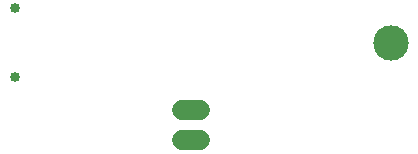
<source format=gbs>
G75*
%MOIN*%
%OFA0B0*%
%FSLAX24Y24*%
%IPPOS*%
%LPD*%
%AMOC8*
5,1,8,0,0,1.08239X$1,22.5*
%
%ADD10C,0.1182*%
%ADD11C,0.0336*%
%ADD12C,0.0680*%
D10*
X022496Y017183D03*
D11*
X009977Y016046D03*
X009977Y018321D03*
D12*
X015546Y013933D02*
X016146Y013933D01*
X016146Y014933D02*
X015546Y014933D01*
M02*

</source>
